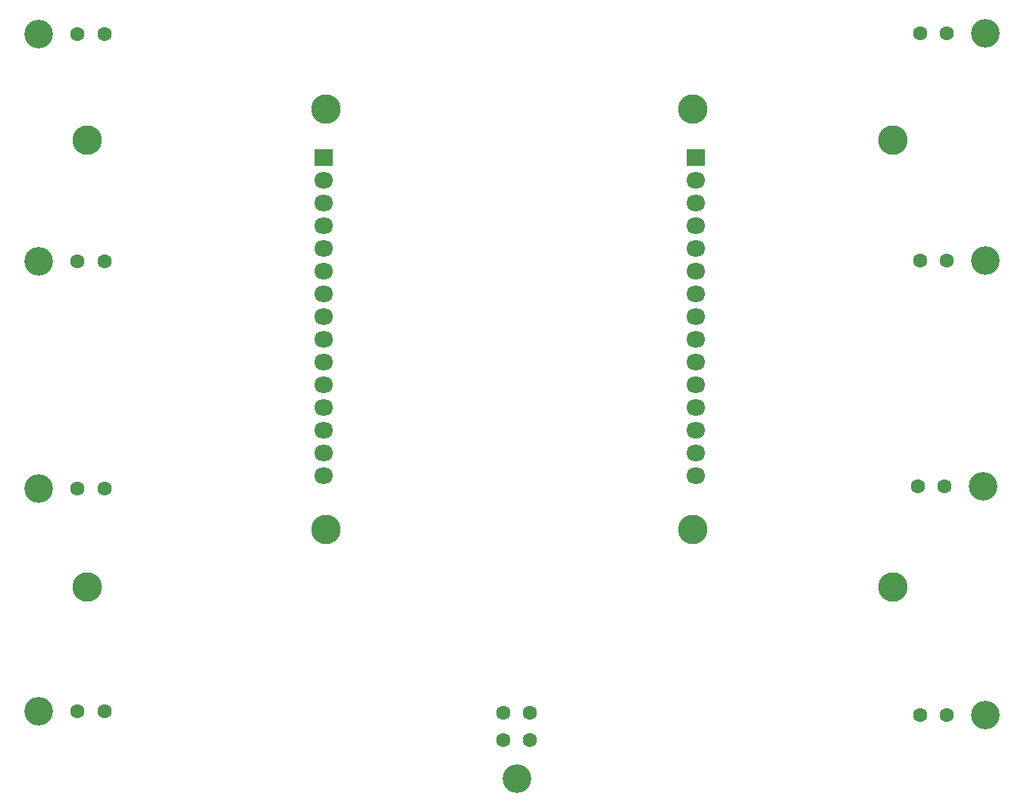
<source format=gbs>
%TF.GenerationSoftware,KiCad,Pcbnew,5.1.5+dfsg1-2build2*%
%TF.CreationDate,2021-01-24T18:09:44+01:00*%
%TF.ProjectId,PlacaDrivers,506c6163-6144-4726-9976-6572732e6b69,rev?*%
%TF.SameCoordinates,Original*%
%TF.FileFunction,Soldermask,Bot*%
%TF.FilePolarity,Negative*%
%FSLAX46Y46*%
G04 Gerber Fmt 4.6, Leading zero omitted, Abs format (unit mm)*
G04 Created by KiCad (PCBNEW 5.1.5+dfsg1-2build2) date 2021-01-24 18:09:44*
%MOMM*%
%LPD*%
G04 APERTURE LIST*
%ADD10C,3.300000*%
%ADD11C,1.600000*%
%ADD12C,3.200000*%
%ADD13R,2.132000X1.827200*%
%ADD14O,2.132000X1.827200*%
G04 APERTURE END LIST*
D10*
X172500000Y-105750000D03*
X131500000Y-58750000D03*
X172500000Y-58750000D03*
X131500000Y-105750000D03*
X194800400Y-112230000D03*
X104800400Y-112230000D03*
X194800400Y-62230000D03*
X104800400Y-62230000D03*
D11*
X106746300Y-126085600D03*
X103746300Y-126085600D03*
D12*
X99426300Y-126085600D03*
D11*
X197863200Y-50317400D03*
X200863200Y-50317400D03*
D12*
X205183200Y-50317400D03*
X205183200Y-75734333D03*
D11*
X200863200Y-75734333D03*
X197863200Y-75734333D03*
X106746300Y-101193600D03*
X103746300Y-101193600D03*
D12*
X99426300Y-101193600D03*
X99426300Y-75793600D03*
D11*
X103746300Y-75793600D03*
X106746300Y-75793600D03*
X197609200Y-100897266D03*
X200609200Y-100897266D03*
D12*
X204929200Y-100897266D03*
D11*
X106746300Y-50393600D03*
X103746300Y-50393600D03*
D12*
X99426300Y-50393600D03*
X205183200Y-126517400D03*
D11*
X200863200Y-126517400D03*
X197863200Y-126517400D03*
X154305000Y-126260600D03*
X154305000Y-129260600D03*
X151305000Y-126260600D03*
X151305000Y-129260600D03*
D12*
X152805000Y-133580600D03*
D13*
X131241800Y-64198500D03*
D14*
X131241800Y-66738500D03*
X131241800Y-69278500D03*
X131241800Y-71818500D03*
X131241800Y-74358500D03*
X131241800Y-76898500D03*
X131241800Y-79438500D03*
X131241800Y-81978500D03*
X131241800Y-84518500D03*
X131241800Y-87058500D03*
X131241800Y-89598500D03*
X131241800Y-92138500D03*
X131241800Y-94678500D03*
X131241800Y-97218500D03*
X131241800Y-99758500D03*
X172847000Y-99758500D03*
X172847000Y-97218500D03*
X172847000Y-94678500D03*
X172847000Y-92138500D03*
X172847000Y-89598500D03*
X172847000Y-87058500D03*
X172847000Y-84518500D03*
X172847000Y-81978500D03*
X172847000Y-79438500D03*
X172847000Y-76898500D03*
X172847000Y-74358500D03*
X172847000Y-71818500D03*
X172847000Y-69278500D03*
X172847000Y-66738500D03*
D13*
X172847000Y-64198500D03*
M02*

</source>
